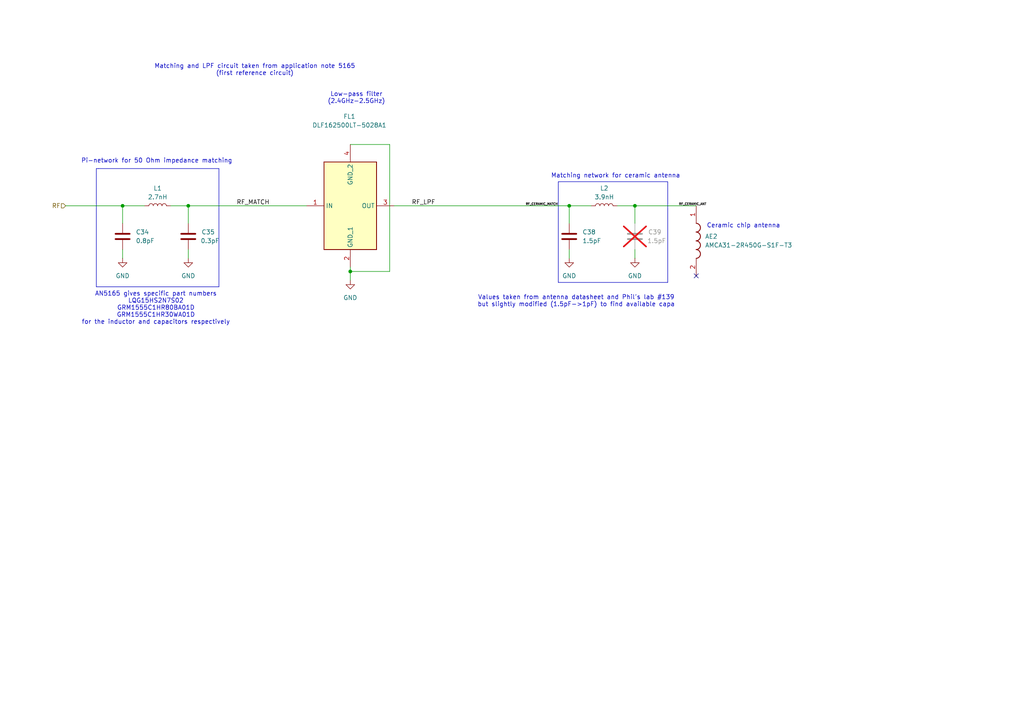
<source format=kicad_sch>
(kicad_sch
	(version 20250114)
	(generator "eeschema")
	(generator_version "9.0")
	(uuid "3130fd8f-c886-4e53-adbf-dd07ee70596a")
	(paper "A4")
	(title_block
		(company "N-Pulse")
	)
	(lib_symbols
		(symbol "AMCA31-2R450G-S1F-T3:AMCA31-2R450G-S1F-T3"
			(pin_names
				(hide yes)
			)
			(exclude_from_sim no)
			(in_bom yes)
			(on_board yes)
			(property "Reference" "L"
				(at 16.51 6.35 0)
				(effects
					(font
						(size 1.27 1.27)
					)
					(justify left top)
				)
			)
			(property "Value" "AMCA31-2R450G-S1F-T3"
				(at 16.51 3.81 0)
				(effects
					(font
						(size 1.27 1.27)
					)
					(justify left top)
				)
			)
			(property "Footprint" "ANTC3216X140N"
				(at 16.51 -96.19 0)
				(effects
					(font
						(size 1.27 1.27)
					)
					(justify left top)
					(hide yes)
				)
			)
			(property "Datasheet" "https://abracon.com/chip-antenna/AMCA31-2R450G-S1F-T.pdf"
				(at 16.51 -196.19 0)
				(effects
					(font
						(size 1.27 1.27)
					)
					(justify left top)
					(hide yes)
				)
			)
			(property "Description" "ABRACON - AMCA31-2R450G-S1F-T3 - ANTENNA, CHIP, 2.45GHZ, 50 OHM, 1206"
				(at 0 0 0)
				(effects
					(font
						(size 1.27 1.27)
					)
					(hide yes)
				)
			)
			(property "Height" "1.4"
				(at 16.51 -396.19 0)
				(effects
					(font
						(size 1.27 1.27)
					)
					(justify left top)
					(hide yes)
				)
			)
			(property "Mouser Part Number" "815-CA312R450GS1FT3"
				(at 16.51 -496.19 0)
				(effects
					(font
						(size 1.27 1.27)
					)
					(justify left top)
					(hide yes)
				)
			)
			(property "Mouser Price/Stock" "https://www.mouser.co.uk/ProductDetail/ABRACON/AMCA31-2R450G-S1F-T3?qs=AAveGqk956GLuOddQEK40Q%3D%3D"
				(at 16.51 -596.19 0)
				(effects
					(font
						(size 1.27 1.27)
					)
					(justify left top)
					(hide yes)
				)
			)
			(property "Manufacturer_Name" "ABRACON"
				(at 16.51 -696.19 0)
				(effects
					(font
						(size 1.27 1.27)
					)
					(justify left top)
					(hide yes)
				)
			)
			(property "Manufacturer_Part_Number" "AMCA31-2R450G-S1F-T3"
				(at 16.51 -796.19 0)
				(effects
					(font
						(size 1.27 1.27)
					)
					(justify left top)
					(hide yes)
				)
			)
			(symbol "AMCA31-2R450G-S1F-T3_1_1"
				(arc
					(start 5.08 0)
					(mid 6.35 1.219)
					(end 7.62 0)
					(stroke
						(width 0.254)
						(type default)
					)
					(fill
						(type none)
					)
				)
				(arc
					(start 7.62 0)
					(mid 8.89 1.219)
					(end 10.16 0)
					(stroke
						(width 0.254)
						(type default)
					)
					(fill
						(type none)
					)
				)
				(arc
					(start 10.16 0)
					(mid 11.43 1.219)
					(end 12.7 0)
					(stroke
						(width 0.254)
						(type default)
					)
					(fill
						(type none)
					)
				)
				(arc
					(start 12.7 0)
					(mid 13.97 1.219)
					(end 15.24 0)
					(stroke
						(width 0.254)
						(type default)
					)
					(fill
						(type none)
					)
				)
				(pin passive line
					(at 0 0 0)
					(length 5.08)
					(name "FEED"
						(effects
							(font
								(size 1.27 1.27)
							)
						)
					)
					(number "1"
						(effects
							(font
								(size 1.27 1.27)
							)
						)
					)
				)
				(pin passive line
					(at 20.32 0 180)
					(length 5.08)
					(name "NC"
						(effects
							(font
								(size 1.27 1.27)
							)
						)
					)
					(number "2"
						(effects
							(font
								(size 1.27 1.27)
							)
						)
					)
				)
			)
			(embedded_fonts no)
		)
		(symbol "DLF162500LT-5028A1:DLF162500LT-5028A1"
			(exclude_from_sim no)
			(in_bom yes)
			(on_board yes)
			(property "Reference" "FL"
				(at 21.59 17.78 0)
				(effects
					(font
						(size 1.27 1.27)
					)
					(justify left top)
				)
			)
			(property "Value" "DLF162500LT-5028A1"
				(at 21.59 15.24 0)
				(effects
					(font
						(size 1.27 1.27)
					)
					(justify left top)
				)
			)
			(property "Footprint" "DLF162500LT5028A1"
				(at 21.59 -84.76 0)
				(effects
					(font
						(size 1.27 1.27)
					)
					(justify left top)
					(hide yes)
				)
			)
			(property "Datasheet" "https://product.tdk.com/system/files/dam/doc/product/rf/rf/filter/catalog/rf_lpf_dlf162500lt-5028a1_en.pdf"
				(at 21.59 -184.76 0)
				(effects
					(font
						(size 1.27 1.27)
					)
					(justify left top)
					(hide yes)
				)
			)
			(property "Description" "Signal Conditioning LTCC LOW PASS FLTR 2400-2500MHz"
				(at 0 0 0)
				(effects
					(font
						(size 1.27 1.27)
					)
					(hide yes)
				)
			)
			(property "Height" "0.4"
				(at 21.59 -384.76 0)
				(effects
					(font
						(size 1.27 1.27)
					)
					(justify left top)
					(hide yes)
				)
			)
			(property "Mouser Part Number" "810-DLF16250LT5028A1"
				(at 21.59 -484.76 0)
				(effects
					(font
						(size 1.27 1.27)
					)
					(justify left top)
					(hide yes)
				)
			)
			(property "Mouser Price/Stock" "https://www.mouser.co.uk/ProductDetail/TDK/DLF162500LT-5028A1?qs=U%2FZX79kHR%2FlwIbAISCs3qA%3D%3D"
				(at 21.59 -584.76 0)
				(effects
					(font
						(size 1.27 1.27)
					)
					(justify left top)
					(hide yes)
				)
			)
			(property "Manufacturer_Name" "TDK"
				(at 21.59 -684.76 0)
				(effects
					(font
						(size 1.27 1.27)
					)
					(justify left top)
					(hide yes)
				)
			)
			(property "Manufacturer_Part_Number" "DLF162500LT-5028A1"
				(at 21.59 -784.76 0)
				(effects
					(font
						(size 1.27 1.27)
					)
					(justify left top)
					(hide yes)
				)
			)
			(symbol "DLF162500LT-5028A1_1_1"
				(rectangle
					(start 5.08 12.7)
					(end 20.32 -12.7)
					(stroke
						(width 0.254)
						(type default)
					)
					(fill
						(type background)
					)
				)
				(pin passive line
					(at 0 0 0)
					(length 5.08)
					(name "IN"
						(effects
							(font
								(size 1.27 1.27)
							)
						)
					)
					(number "1"
						(effects
							(font
								(size 1.27 1.27)
							)
						)
					)
				)
				(pin passive line
					(at 12.7 17.78 270)
					(length 5.08)
					(name "GND_2"
						(effects
							(font
								(size 1.27 1.27)
							)
						)
					)
					(number "4"
						(effects
							(font
								(size 1.27 1.27)
							)
						)
					)
				)
				(pin passive line
					(at 12.7 -17.78 90)
					(length 5.08)
					(name "GND_1"
						(effects
							(font
								(size 1.27 1.27)
							)
						)
					)
					(number "2"
						(effects
							(font
								(size 1.27 1.27)
							)
						)
					)
				)
				(pin passive line
					(at 25.4 0 180)
					(length 5.08)
					(name "OUT"
						(effects
							(font
								(size 1.27 1.27)
							)
						)
					)
					(number "3"
						(effects
							(font
								(size 1.27 1.27)
							)
						)
					)
				)
			)
			(embedded_fonts no)
		)
		(symbol "Device:C"
			(pin_numbers
				(hide yes)
			)
			(pin_names
				(offset 0.254)
			)
			(exclude_from_sim no)
			(in_bom yes)
			(on_board yes)
			(property "Reference" "C"
				(at 0.635 2.54 0)
				(effects
					(font
						(size 1.27 1.27)
					)
					(justify left)
				)
			)
			(property "Value" "C"
				(at 0.635 -2.54 0)
				(effects
					(font
						(size 1.27 1.27)
					)
					(justify left)
				)
			)
			(property "Footprint" ""
				(at 0.9652 -3.81 0)
				(effects
					(font
						(size 1.27 1.27)
					)
					(hide yes)
				)
			)
			(property "Datasheet" "~"
				(at 0 0 0)
				(effects
					(font
						(size 1.27 1.27)
					)
					(hide yes)
				)
			)
			(property "Description" "Unpolarized capacitor"
				(at 0 0 0)
				(effects
					(font
						(size 1.27 1.27)
					)
					(hide yes)
				)
			)
			(property "ki_keywords" "cap capacitor"
				(at 0 0 0)
				(effects
					(font
						(size 1.27 1.27)
					)
					(hide yes)
				)
			)
			(property "ki_fp_filters" "C_*"
				(at 0 0 0)
				(effects
					(font
						(size 1.27 1.27)
					)
					(hide yes)
				)
			)
			(symbol "C_0_1"
				(polyline
					(pts
						(xy -2.032 0.762) (xy 2.032 0.762)
					)
					(stroke
						(width 0.508)
						(type default)
					)
					(fill
						(type none)
					)
				)
				(polyline
					(pts
						(xy -2.032 -0.762) (xy 2.032 -0.762)
					)
					(stroke
						(width 0.508)
						(type default)
					)
					(fill
						(type none)
					)
				)
			)
			(symbol "C_1_1"
				(pin passive line
					(at 0 3.81 270)
					(length 2.794)
					(name "~"
						(effects
							(font
								(size 1.27 1.27)
							)
						)
					)
					(number "1"
						(effects
							(font
								(size 1.27 1.27)
							)
						)
					)
				)
				(pin passive line
					(at 0 -3.81 90)
					(length 2.794)
					(name "~"
						(effects
							(font
								(size 1.27 1.27)
							)
						)
					)
					(number "2"
						(effects
							(font
								(size 1.27 1.27)
							)
						)
					)
				)
			)
			(embedded_fonts no)
		)
		(symbol "Device:L"
			(pin_numbers
				(hide yes)
			)
			(pin_names
				(offset 1.016)
				(hide yes)
			)
			(exclude_from_sim no)
			(in_bom yes)
			(on_board yes)
			(property "Reference" "L"
				(at -1.27 0 90)
				(effects
					(font
						(size 1.27 1.27)
					)
				)
			)
			(property "Value" "L"
				(at 1.905 0 90)
				(effects
					(font
						(size 1.27 1.27)
					)
				)
			)
			(property "Footprint" ""
				(at 0 0 0)
				(effects
					(font
						(size 1.27 1.27)
					)
					(hide yes)
				)
			)
			(property "Datasheet" "~"
				(at 0 0 0)
				(effects
					(font
						(size 1.27 1.27)
					)
					(hide yes)
				)
			)
			(property "Description" "Inductor"
				(at 0 0 0)
				(effects
					(font
						(size 1.27 1.27)
					)
					(hide yes)
				)
			)
			(property "ki_keywords" "inductor choke coil reactor magnetic"
				(at 0 0 0)
				(effects
					(font
						(size 1.27 1.27)
					)
					(hide yes)
				)
			)
			(property "ki_fp_filters" "Choke_* *Coil* Inductor_* L_*"
				(at 0 0 0)
				(effects
					(font
						(size 1.27 1.27)
					)
					(hide yes)
				)
			)
			(symbol "L_0_1"
				(arc
					(start 0 2.54)
					(mid 0.6323 1.905)
					(end 0 1.27)
					(stroke
						(width 0)
						(type default)
					)
					(fill
						(type none)
					)
				)
				(arc
					(start 0 1.27)
					(mid 0.6323 0.635)
					(end 0 0)
					(stroke
						(width 0)
						(type default)
					)
					(fill
						(type none)
					)
				)
				(arc
					(start 0 0)
					(mid 0.6323 -0.635)
					(end 0 -1.27)
					(stroke
						(width 0)
						(type default)
					)
					(fill
						(type none)
					)
				)
				(arc
					(start 0 -1.27)
					(mid 0.6323 -1.905)
					(end 0 -2.54)
					(stroke
						(width 0)
						(type default)
					)
					(fill
						(type none)
					)
				)
			)
			(symbol "L_1_1"
				(pin passive line
					(at 0 3.81 270)
					(length 1.27)
					(name "1"
						(effects
							(font
								(size 1.27 1.27)
							)
						)
					)
					(number "1"
						(effects
							(font
								(size 1.27 1.27)
							)
						)
					)
				)
				(pin passive line
					(at 0 -3.81 90)
					(length 1.27)
					(name "2"
						(effects
							(font
								(size 1.27 1.27)
							)
						)
					)
					(number "2"
						(effects
							(font
								(size 1.27 1.27)
							)
						)
					)
				)
			)
			(embedded_fonts no)
		)
		(symbol "power:GND"
			(power)
			(pin_numbers
				(hide yes)
			)
			(pin_names
				(offset 0)
				(hide yes)
			)
			(exclude_from_sim no)
			(in_bom yes)
			(on_board yes)
			(property "Reference" "#PWR"
				(at 0 -6.35 0)
				(effects
					(font
						(size 1.27 1.27)
					)
					(hide yes)
				)
			)
			(property "Value" "GND"
				(at 0 -3.81 0)
				(effects
					(font
						(size 1.27 1.27)
					)
				)
			)
			(property "Footprint" ""
				(at 0 0 0)
				(effects
					(font
						(size 1.27 1.27)
					)
					(hide yes)
				)
			)
			(property "Datasheet" ""
				(at 0 0 0)
				(effects
					(font
						(size 1.27 1.27)
					)
					(hide yes)
				)
			)
			(property "Description" "Power symbol creates a global label with name \"GND\" , ground"
				(at 0 0 0)
				(effects
					(font
						(size 1.27 1.27)
					)
					(hide yes)
				)
			)
			(property "ki_keywords" "global power"
				(at 0 0 0)
				(effects
					(font
						(size 1.27 1.27)
					)
					(hide yes)
				)
			)
			(symbol "GND_0_1"
				(polyline
					(pts
						(xy 0 0) (xy 0 -1.27) (xy 1.27 -1.27) (xy 0 -2.54) (xy -1.27 -1.27) (xy 0 -1.27)
					)
					(stroke
						(width 0)
						(type default)
					)
					(fill
						(type none)
					)
				)
			)
			(symbol "GND_1_1"
				(pin power_in line
					(at 0 0 270)
					(length 0)
					(name "~"
						(effects
							(font
								(size 1.27 1.27)
							)
						)
					)
					(number "1"
						(effects
							(font
								(size 1.27 1.27)
							)
						)
					)
				)
			)
			(embedded_fonts no)
		)
	)
	(text "Pi-network for 50 Ohm impedance matching"
		(exclude_from_sim no)
		(at 45.466 46.736 0)
		(effects
			(font
				(size 1.27 1.27)
			)
		)
		(uuid "5ef1521a-5d5d-4a2a-8f2f-82dd6e434cf5")
	)
	(text "Matching and LPF circuit taken from application note 5165\n(first reference circuit)"
		(exclude_from_sim no)
		(at 73.914 20.32 0)
		(effects
			(font
				(size 1.27 1.27)
			)
		)
		(uuid "62e6e33b-0751-48e0-9cd7-898344ee2a6c")
	)
	(text "AN5165 gives specific part numbers\nLQG15HS2N7S02\nGRM1555C1HR80BA01D\nGRM1555C1HR30WA01D\nfor the inductor and capacitors respectively"
		(exclude_from_sim no)
		(at 45.212 89.408 0)
		(effects
			(font
				(size 1.27 1.27)
			)
		)
		(uuid "82d05e04-b083-4503-bfdd-a15d27145f3d")
	)
	(text "Ceramic chip antenna"
		(exclude_from_sim no)
		(at 215.646 65.532 0)
		(effects
			(font
				(size 1.27 1.27)
			)
		)
		(uuid "a38e40ea-6d03-4b00-b54f-ce596994d865")
	)
	(text "Low-pass filter\n(2.4GHz-2.5GHz)"
		(exclude_from_sim no)
		(at 103.378 28.448 0)
		(effects
			(font
				(size 1.27 1.27)
			)
		)
		(uuid "ab5269a2-d213-4671-aedc-88ef94bd3242")
	)
	(text "Values taken from antenna datasheet and Phil's lab #139\nbut slightly modified (1.5pF->1pF) to find available capa"
		(exclude_from_sim no)
		(at 167.132 87.376 0)
		(effects
			(font
				(size 1.27 1.27)
			)
		)
		(uuid "b36580ba-69f4-4d7c-a0ab-290c7a5e8edf")
	)
	(text "Matching network for ceramic antenna\n"
		(exclude_from_sim no)
		(at 178.562 51.054 0)
		(effects
			(font
				(size 1.27 1.27)
			)
		)
		(uuid "c1aa4a26-8a63-41bb-8547-880e4c64a742")
	)
	(junction
		(at 35.56 59.69)
		(diameter 0)
		(color 0 0 0 0)
		(uuid "0cb6d982-6755-420a-a44f-909f6c0cd765")
	)
	(junction
		(at 101.6 78.74)
		(diameter 0)
		(color 0 0 0 0)
		(uuid "19250b3e-72e1-4a18-a6e9-09b5f943b684")
	)
	(junction
		(at 54.61 59.69)
		(diameter 0)
		(color 0 0 0 0)
		(uuid "5d5ee56c-22a3-4b8c-b0e7-e81fab938455")
	)
	(junction
		(at 184.15 59.69)
		(diameter 0)
		(color 0 0 0 0)
		(uuid "82e7a9a0-3eff-48c4-b2f7-8e8cacbc4a24")
	)
	(junction
		(at 165.1 59.69)
		(diameter 0)
		(color 0 0 0 0)
		(uuid "d1955f57-8a16-4b83-a4dd-6f3b8c5bff05")
	)
	(no_connect
		(at 201.93 80.01)
		(uuid "cfe7c0cc-9ec7-4ca0-83bd-e9c4b0f8f7bb")
	)
	(wire
		(pts
			(xy 184.15 72.39) (xy 184.15 74.93)
		)
		(stroke
			(width 0)
			(type default)
		)
		(uuid "021156a2-a5d9-431d-836b-37d4cfd670c9")
	)
	(polyline
		(pts
			(xy 27.94 48.895) (xy 28.575 48.895)
		)
		(stroke
			(width 0)
			(type default)
		)
		(uuid "08eeb6f8-a0c6-487b-bdfa-103f1227374f")
	)
	(wire
		(pts
			(xy 54.61 59.69) (xy 88.9 59.69)
		)
		(stroke
			(width 0)
			(type default)
		)
		(uuid "10065668-6091-45f3-9686-1f46950d2f65")
	)
	(wire
		(pts
			(xy 184.15 59.69) (xy 201.93 59.69)
		)
		(stroke
			(width 0)
			(type default)
		)
		(uuid "18d70f11-2796-48b6-a4fb-0a0cfdaec34c")
	)
	(wire
		(pts
			(xy 49.53 59.69) (xy 54.61 59.69)
		)
		(stroke
			(width 0)
			(type default)
		)
		(uuid "19c06c73-99fd-443b-974f-d46b1b6025fa")
	)
	(wire
		(pts
			(xy 54.61 59.69) (xy 54.61 64.77)
		)
		(stroke
			(width 0)
			(type default)
		)
		(uuid "1b548701-d120-4cc1-b3b5-caf5427efab7")
	)
	(wire
		(pts
			(xy 101.6 78.74) (xy 101.6 81.28)
		)
		(stroke
			(width 0)
			(type default)
		)
		(uuid "1ec93fb6-36b1-4216-b2e3-bce71a34f26f")
	)
	(polyline
		(pts
			(xy 27.94 83.185) (xy 27.94 48.895)
		)
		(stroke
			(width 0)
			(type default)
		)
		(uuid "20af49c2-7706-49b0-a73c-65c763c7f590")
	)
	(wire
		(pts
			(xy 19.05 59.69) (xy 35.56 59.69)
		)
		(stroke
			(width 0)
			(type default)
		)
		(uuid "254e21ea-555b-4eb9-9172-806ce1646166")
	)
	(wire
		(pts
			(xy 35.56 72.39) (xy 35.56 74.93)
		)
		(stroke
			(width 0)
			(type default)
		)
		(uuid "3213f8b7-e74b-4c9b-8fcf-c2559874ee7b")
	)
	(wire
		(pts
			(xy 54.61 72.39) (xy 54.61 74.93)
		)
		(stroke
			(width 0)
			(type default)
		)
		(uuid "4efce1fb-c453-473e-b8f5-ad806376c722")
	)
	(wire
		(pts
			(xy 165.1 72.39) (xy 165.1 74.93)
		)
		(stroke
			(width 0)
			(type default)
		)
		(uuid "5a8918f1-1c39-4cdf-8f68-be02930185dc")
	)
	(wire
		(pts
			(xy 165.1 59.69) (xy 171.45 59.69)
		)
		(stroke
			(width 0)
			(type default)
		)
		(uuid "5f7c6424-7d25-473e-862e-646aac6eadea")
	)
	(wire
		(pts
			(xy 101.6 77.47) (xy 101.6 78.74)
		)
		(stroke
			(width 0)
			(type default)
		)
		(uuid "67517b42-b993-4d83-bbb3-58b4b5a965d7")
	)
	(wire
		(pts
			(xy 165.1 59.69) (xy 165.1 64.77)
		)
		(stroke
			(width 0)
			(type default)
		)
		(uuid "6e6966de-d0ff-4fe1-aa4a-dc42ff0fcd5e")
	)
	(wire
		(pts
			(xy 35.56 59.69) (xy 35.56 64.77)
		)
		(stroke
			(width 0)
			(type default)
		)
		(uuid "79233d53-a7ca-41b7-af03-a0b8a71f8c1f")
	)
	(wire
		(pts
			(xy 113.03 78.74) (xy 101.6 78.74)
		)
		(stroke
			(width 0)
			(type default)
		)
		(uuid "7b92395a-4dba-48df-8d99-385b47807ae5")
	)
	(wire
		(pts
			(xy 101.6 41.91) (xy 113.03 41.91)
		)
		(stroke
			(width 0)
			(type default)
		)
		(uuid "7ee282df-bf61-445f-96ad-6e01922f2306")
	)
	(polyline
		(pts
			(xy 193.675 52.705) (xy 193.675 81.915)
		)
		(stroke
			(width 0)
			(type default)
		)
		(uuid "7f918fea-09ee-47a4-8305-8a8a34370c31")
	)
	(polyline
		(pts
			(xy 161.925 52.705) (xy 193.675 52.705)
		)
		(stroke
			(width 0)
			(type default)
		)
		(uuid "a7e5465f-1745-49a5-95d8-c1be7cc171ee")
	)
	(wire
		(pts
			(xy 35.56 59.69) (xy 41.91 59.69)
		)
		(stroke
			(width 0)
			(type default)
		)
		(uuid "abbe4586-5461-4afd-8ba8-7c4311f4b00e")
	)
	(polyline
		(pts
			(xy 193.675 81.915) (xy 161.925 81.915)
		)
		(stroke
			(width 0)
			(type default)
		)
		(uuid "becda2ca-532c-4e43-8b10-2a2be91044b8")
	)
	(polyline
		(pts
			(xy 28.575 48.895) (xy 63.5 48.895)
		)
		(stroke
			(width 0)
			(type default)
		)
		(uuid "c5be5743-b89d-4194-92b9-5d720f4b1900")
	)
	(polyline
		(pts
			(xy 63.5 83.185) (xy 27.94 83.185)
		)
		(stroke
			(width 0)
			(type default)
		)
		(uuid "d3fe2d2a-e92e-4f15-9a88-447dafea9cb4")
	)
	(polyline
		(pts
			(xy 63.5 48.895) (xy 63.5 83.185)
		)
		(stroke
			(width 0)
			(type default)
		)
		(uuid "dc5bef11-441c-4c83-96a2-0a41d0f8d295")
	)
	(wire
		(pts
			(xy 114.3 59.69) (xy 165.1 59.69)
		)
		(stroke
			(width 0)
			(type default)
		)
		(uuid "dd4e0f30-0c5c-4176-8a6c-fdf2eaeb41bd")
	)
	(wire
		(pts
			(xy 179.07 59.69) (xy 184.15 59.69)
		)
		(stroke
			(width 0)
			(type default)
		)
		(uuid "e81b8f5b-d62b-4b0f-95a9-9237470d6594")
	)
	(polyline
		(pts
			(xy 161.925 52.705) (xy 161.925 81.915)
		)
		(stroke
			(width 0)
			(type default)
		)
		(uuid "ea89c841-44ac-4f0b-b38b-2bfb9315b7b1")
	)
	(wire
		(pts
			(xy 184.15 59.69) (xy 184.15 64.77)
		)
		(stroke
			(width 0)
			(type default)
		)
		(uuid "fb1e5a04-b5ba-4124-b5cc-c8f294ff43ea")
	)
	(wire
		(pts
			(xy 113.03 41.91) (xy 113.03 78.74)
		)
		(stroke
			(width 0)
			(type default)
		)
		(uuid "fd66b2c1-2188-45f1-b64c-3adf44a34a7c")
	)
	(label "RF_CERAMIC_ANT"
		(at 196.85 59.69 0)
		(effects
			(font
				(size 0.635 0.635)
			)
			(justify left bottom)
		)
		(uuid "2465a49e-d8ae-4506-a412-ba2ce30a8789")
	)
	(label "RF_LPF"
		(at 119.38 59.69 0)
		(effects
			(font
				(size 1.27 1.27)
			)
			(justify left bottom)
		)
		(uuid "95523405-af83-4c1b-a6b9-e12a6d37cb45")
	)
	(label "RF_CERAMIC_MATCH"
		(at 152.4 59.69 0)
		(effects
			(font
				(size 0.635 0.635)
			)
			(justify left bottom)
		)
		(uuid "bdd2b61b-7a48-4a23-b58a-da8bd8714d78")
	)
	(label "RF_MATCH"
		(at 68.58 59.69 0)
		(effects
			(font
				(size 1.27 1.27)
			)
			(justify left bottom)
		)
		(uuid "d0626f5d-6d98-4cc4-9c87-f91dcd7a4a3d")
	)
	(hierarchical_label "RF"
		(shape input)
		(at 19.05 59.69 180)
		(effects
			(font
				(size 1.27 1.27)
			)
			(justify right)
		)
		(uuid "089dd3fe-7042-40bf-978f-6414fc5707bb")
	)
	(symbol
		(lib_id "power:GND")
		(at 35.56 74.93 0)
		(unit 1)
		(exclude_from_sim no)
		(in_bom yes)
		(on_board yes)
		(dnp no)
		(fields_autoplaced yes)
		(uuid "14fdd149-236a-401e-b617-98ee66eaf5cb")
		(property "Reference" "#PWR042"
			(at 35.56 81.28 0)
			(effects
				(font
					(size 1.27 1.27)
				)
				(hide yes)
			)
		)
		(property "Value" "GND"
			(at 35.56 80.01 0)
			(effects
				(font
					(size 1.27 1.27)
				)
			)
		)
		(property "Footprint" ""
			(at 35.56 74.93 0)
			(effects
				(font
					(size 1.27 1.27)
				)
				(hide yes)
			)
		)
		(property "Datasheet" ""
			(at 35.56 74.93 0)
			(effects
				(font
					(size 1.27 1.27)
				)
				(hide yes)
			)
		)
		(property "Description" "Power symbol creates a global label with name \"GND\" , ground"
			(at 35.56 74.93 0)
			(effects
				(font
					(size 1.27 1.27)
				)
				(hide yes)
			)
		)
		(pin "1"
			(uuid "201a0fca-901f-436d-ae6a-268677b74c54")
		)
		(instances
			(project "Processing_board"
				(path "/b48cfd4a-6c36-4270-b2b4-45cb26e35477/2fe654b5-c4fa-416f-bffc-9a13739641f2"
					(reference "#PWR042")
					(unit 1)
				)
			)
		)
	)
	(symbol
		(lib_id "power:GND")
		(at 54.61 74.93 0)
		(unit 1)
		(exclude_from_sim no)
		(in_bom yes)
		(on_board yes)
		(dnp no)
		(fields_autoplaced yes)
		(uuid "338556a9-ce8b-4653-af64-1d149c208eae")
		(property "Reference" "#PWR043"
			(at 54.61 81.28 0)
			(effects
				(font
					(size 1.27 1.27)
				)
				(hide yes)
			)
		)
		(property "Value" "GND"
			(at 54.61 80.01 0)
			(effects
				(font
					(size 1.27 1.27)
				)
			)
		)
		(property "Footprint" ""
			(at 54.61 74.93 0)
			(effects
				(font
					(size 1.27 1.27)
				)
				(hide yes)
			)
		)
		(property "Datasheet" ""
			(at 54.61 74.93 0)
			(effects
				(font
					(size 1.27 1.27)
				)
				(hide yes)
			)
		)
		(property "Description" "Power symbol creates a global label with name \"GND\" , ground"
			(at 54.61 74.93 0)
			(effects
				(font
					(size 1.27 1.27)
				)
				(hide yes)
			)
		)
		(pin "1"
			(uuid "1075d09c-664f-43ba-9028-c479c641b1f6")
		)
		(instances
			(project "Processing_board"
				(path "/b48cfd4a-6c36-4270-b2b4-45cb26e35477/2fe654b5-c4fa-416f-bffc-9a13739641f2"
					(reference "#PWR043")
					(unit 1)
				)
			)
		)
	)
	(symbol
		(lib_id "power:GND")
		(at 165.1 74.93 0)
		(unit 1)
		(exclude_from_sim no)
		(in_bom yes)
		(on_board yes)
		(dnp no)
		(fields_autoplaced yes)
		(uuid "62da23a8-8dc5-4683-b25e-119059bbaf33")
		(property "Reference" "#PWR050"
			(at 165.1 81.28 0)
			(effects
				(font
					(size 1.27 1.27)
				)
				(hide yes)
			)
		)
		(property "Value" "GND"
			(at 165.1 80.01 0)
			(effects
				(font
					(size 1.27 1.27)
				)
			)
		)
		(property "Footprint" ""
			(at 165.1 74.93 0)
			(effects
				(font
					(size 1.27 1.27)
				)
				(hide yes)
			)
		)
		(property "Datasheet" ""
			(at 165.1 74.93 0)
			(effects
				(font
					(size 1.27 1.27)
				)
				(hide yes)
			)
		)
		(property "Description" "Power symbol creates a global label with name \"GND\" , ground"
			(at 165.1 74.93 0)
			(effects
				(font
					(size 1.27 1.27)
				)
				(hide yes)
			)
		)
		(pin "1"
			(uuid "661b1fc9-54bc-482b-91bf-58342e8116db")
		)
		(instances
			(project "Processing_board"
				(path "/b48cfd4a-6c36-4270-b2b4-45cb26e35477/2fe654b5-c4fa-416f-bffc-9a13739641f2"
					(reference "#PWR050")
					(unit 1)
				)
			)
		)
	)
	(symbol
		(lib_id "power:GND")
		(at 101.6 81.28 0)
		(unit 1)
		(exclude_from_sim no)
		(in_bom yes)
		(on_board yes)
		(dnp no)
		(fields_autoplaced yes)
		(uuid "65905b9b-7293-490a-9336-7e880b941a6f")
		(property "Reference" "#PWR044"
			(at 101.6 87.63 0)
			(effects
				(font
					(size 1.27 1.27)
				)
				(hide yes)
			)
		)
		(property "Value" "GND"
			(at 101.6 86.36 0)
			(effects
				(font
					(size 1.27 1.27)
				)
			)
		)
		(property "Footprint" ""
			(at 101.6 81.28 0)
			(effects
				(font
					(size 1.27 1.27)
				)
				(hide yes)
			)
		)
		(property "Datasheet" ""
			(at 101.6 81.28 0)
			(effects
				(font
					(size 1.27 1.27)
				)
				(hide yes)
			)
		)
		(property "Description" "Power symbol creates a global label with name \"GND\" , ground"
			(at 101.6 81.28 0)
			(effects
				(font
					(size 1.27 1.27)
				)
				(hide yes)
			)
		)
		(pin "1"
			(uuid "11627408-3157-41fa-a615-596e15a3c34c")
		)
		(instances
			(project "Processing_board"
				(path "/b48cfd4a-6c36-4270-b2b4-45cb26e35477/2fe654b5-c4fa-416f-bffc-9a13739641f2"
					(reference "#PWR044")
					(unit 1)
				)
			)
		)
	)
	(symbol
		(lib_id "Device:C")
		(at 35.56 68.58 0)
		(unit 1)
		(exclude_from_sim no)
		(in_bom yes)
		(on_board yes)
		(dnp no)
		(fields_autoplaced yes)
		(uuid "6c4e4f60-5e95-4b3c-835a-fbfb1861d515")
		(property "Reference" "C34"
			(at 39.37 67.3099 0)
			(effects
				(font
					(size 1.27 1.27)
				)
				(justify left)
			)
		)
		(property "Value" "0.8pF"
			(at 39.37 69.8499 0)
			(effects
				(font
					(size 1.27 1.27)
				)
				(justify left)
			)
		)
		(property "Footprint" "Capacitor_SMD:C_0402_1005Metric"
			(at 36.5252 72.39 0)
			(effects
				(font
					(size 1.27 1.27)
				)
				(hide yes)
			)
		)
		(property "Datasheet" "~"
			(at 35.56 68.58 0)
			(effects
				(font
					(size 1.27 1.27)
				)
				(hide yes)
			)
		)
		(property "Description" "Unpolarized capacitor"
			(at 35.56 68.58 0)
			(effects
				(font
					(size 1.27 1.27)
				)
				(hide yes)
			)
		)
		(property "Link" "https://www.mouser.ch/ProductDetail/Murata-Electronics/GRM1555C1HR80BA01D?qs=e%252BE4OD6MgMezPYPintwvrA%3D%3D"
			(at 35.56 68.58 0)
			(effects
				(font
					(size 1.27 1.27)
				)
				(hide yes)
			)
		)
		(property "Panier" "1"
			(at 35.56 68.58 0)
			(effects
				(font
					(size 1.27 1.27)
				)
				(hide yes)
			)
		)
		(property "MANUFACTURER" "Murata Electronics"
			(at 35.56 68.58 0)
			(effects
				(font
					(size 1.27 1.27)
				)
				(hide yes)
			)
		)
		(property "Manufacturer_Part_Number" "GRM1555C1HR80BA01D"
			(at 35.56 68.58 0)
			(effects
				(font
					(size 1.27 1.27)
				)
				(hide yes)
			)
		)
		(property "déjà" ""
			(at 35.56 68.58 0)
			(effects
				(font
					(size 1.27 1.27)
				)
			)
		)
		(pin "1"
			(uuid "ea371def-438e-46d7-89cc-ff98da0a8dfc")
		)
		(pin "2"
			(uuid "b22a8151-246d-4bcd-ad7d-de571899720f")
		)
		(instances
			(project "Processing_board"
				(path "/b48cfd4a-6c36-4270-b2b4-45cb26e35477/2fe654b5-c4fa-416f-bffc-9a13739641f2"
					(reference "C34")
					(unit 1)
				)
			)
		)
	)
	(symbol
		(lib_id "Device:C")
		(at 54.61 68.58 0)
		(unit 1)
		(exclude_from_sim no)
		(in_bom yes)
		(on_board yes)
		(dnp no)
		(uuid "6e4888f1-f64e-4fd1-813d-fdfa20a731c8")
		(property "Reference" "C35"
			(at 58.42 67.3099 0)
			(effects
				(font
					(size 1.27 1.27)
				)
				(justify left)
			)
		)
		(property "Value" "0.3pF"
			(at 58.166 69.85 0)
			(effects
				(font
					(size 1.27 1.27)
				)
				(justify left)
			)
		)
		(property "Footprint" "Capacitor_SMD:C_0402_1005Metric"
			(at 55.5752 72.39 0)
			(effects
				(font
					(size 1.27 1.27)
				)
				(hide yes)
			)
		)
		(property "Datasheet" "~"
			(at 54.61 68.58 0)
			(effects
				(font
					(size 1.27 1.27)
				)
				(hide yes)
			)
		)
		(property "Description" "Unpolarized capacitor"
			(at 54.61 68.58 0)
			(effects
				(font
					(size 1.27 1.27)
				)
				(hide yes)
			)
		)
		(property "Link" "https://www.mouser.ch/ProductDetail/Murata-Electronics/GRM1555C1HR30WA01D?qs=e%252BE4OD6MgMcS%252BbE0ktTutg%3D%3D"
			(at 54.61 68.58 0)
			(effects
				(font
					(size 1.27 1.27)
				)
				(hide yes)
			)
		)
		(property "Panier" "1"
			(at 54.61 68.58 0)
			(effects
				(font
					(size 1.27 1.27)
				)
				(hide yes)
			)
		)
		(property "MANUFACTURER" "Murata Electronics"
			(at 54.61 68.58 0)
			(effects
				(font
					(size 1.27 1.27)
				)
				(hide yes)
			)
		)
		(property "Manufacturer_Part_Number" " GRM1555C1HR30WA01D "
			(at 54.61 68.58 0)
			(effects
				(font
					(size 1.27 1.27)
				)
				(hide yes)
			)
		)
		(property "déjà" ""
			(at 54.61 68.58 0)
			(effects
				(font
					(size 1.27 1.27)
				)
			)
		)
		(pin "2"
			(uuid "eb290885-07ea-4a9e-b1cf-d9593d9ac42e")
		)
		(pin "1"
			(uuid "bfeea1a9-c1e6-439d-af6e-ca9c9d2d2d7f")
		)
		(instances
			(project "Processing_board"
				(path "/b48cfd4a-6c36-4270-b2b4-45cb26e35477/2fe654b5-c4fa-416f-bffc-9a13739641f2"
					(reference "C35")
					(unit 1)
				)
			)
		)
	)
	(symbol
		(lib_id "DLF162500LT-5028A1:DLF162500LT-5028A1")
		(at 88.9 59.69 0)
		(unit 1)
		(exclude_from_sim no)
		(in_bom yes)
		(on_board yes)
		(dnp no)
		(uuid "6f22f83f-6108-4980-937d-fe3f32152abb")
		(property "Reference" "FL1"
			(at 101.346 33.782 0)
			(effects
				(font
					(size 1.27 1.27)
				)
			)
		)
		(property "Value" "DLF162500LT-5028A1"
			(at 101.346 36.322 0)
			(effects
				(font
					(size 1.27 1.27)
				)
			)
		)
		(property "Footprint" "DLF162500LT-5028A1:DLF162500LT5028A1"
			(at 110.49 144.45 0)
			(effects
				(font
					(size 1.27 1.27)
				)
				(justify left top)
				(hide yes)
			)
		)
		(property "Datasheet" "https://product.tdk.com/system/files/dam/doc/product/rf/rf/filter/catalog/rf_lpf_dlf162500lt-5028a1_en.pdf"
			(at 110.49 244.45 0)
			(effects
				(font
					(size 1.27 1.27)
				)
				(justify left top)
				(hide yes)
			)
		)
		(property "Description" "Signal Conditioning LTCC LOW PASS FLTR 2400-2500MHz"
			(at 88.9 59.69 0)
			(effects
				(font
					(size 1.27 1.27)
				)
				(hide yes)
			)
		)
		(property "Height" "0.4"
			(at 110.49 444.45 0)
			(effects
				(font
					(size 1.27 1.27)
				)
				(justify left top)
				(hide yes)
			)
		)
		(property "Mouser Part Number" "810-DLF16250LT5028A1"
			(at 110.49 544.45 0)
			(effects
				(font
					(size 1.27 1.27)
				)
				(justify left top)
				(hide yes)
			)
		)
		(property "Mouser Price/Stock" "https://www.mouser.co.uk/ProductDetail/TDK/DLF162500LT-5028A1?qs=U%2FZX79kHR%2FlwIbAISCs3qA%3D%3D"
			(at 110.49 644.45 0)
			(effects
				(font
					(size 1.27 1.27)
				)
				(justify left top)
				(hide yes)
			)
		)
		(property "Manufacturer_Name" "TDK"
			(at 110.49 744.45 0)
			(effects
				(font
					(size 1.27 1.27)
				)
				(justify left top)
				(hide yes)
			)
		)
		(property "Manufacturer_Part_Number" "DLF162500LT-5028A1"
			(at 110.49 844.45 0)
			(effects
				(font
					(size 1.27 1.27)
				)
				(justify left top)
				(hide yes)
			)
		)
		(property "Link" "https://www.mouser.ch/ProductDetail/TDK/DLF162500LT-5028A1?qs=U%2FZX79kHR%2FlwIbAISCs3qA%3D%3D"
			(at 88.9 59.69 0)
			(effects
				(font
					(size 1.27 1.27)
				)
				(hide yes)
			)
		)
		(property "MANUFACTURER" "TDK"
			(at 88.9 59.69 0)
			(effects
				(font
					(size 1.27 1.27)
				)
				(hide yes)
			)
		)
		(property "Panier" "1"
			(at 88.9 59.69 0)
			(effects
				(font
					(size 1.27 1.27)
				)
				(hide yes)
			)
		)
		(property "déjà" ""
			(at 88.9 59.69 0)
			(effects
				(font
					(size 1.27 1.27)
				)
			)
		)
		(pin "2"
			(uuid "94e8ef14-b022-4aad-b122-7938c6021d02")
		)
		(pin "4"
			(uuid "0b3c8e82-f1f0-485f-94a7-8de057c7ae6b")
		)
		(pin "1"
			(uuid "a8c259d3-30e1-4f89-b9c5-aa955be3e1f7")
		)
		(pin "3"
			(uuid "125570ef-c835-4191-9c94-a0248a44af7b")
		)
		(instances
			(project "Processing_board"
				(path "/b48cfd4a-6c36-4270-b2b4-45cb26e35477/2fe654b5-c4fa-416f-bffc-9a13739641f2"
					(reference "FL1")
					(unit 1)
				)
			)
		)
	)
	(symbol
		(lib_id "Device:L")
		(at 45.72 59.69 90)
		(unit 1)
		(exclude_from_sim no)
		(in_bom yes)
		(on_board yes)
		(dnp no)
		(fields_autoplaced yes)
		(uuid "ab86f5b3-b4d3-40ba-81dd-5642f9a0e9c1")
		(property "Reference" "L1"
			(at 45.72 54.61 90)
			(effects
				(font
					(size 1.27 1.27)
				)
			)
		)
		(property "Value" "2.7nH"
			(at 45.72 57.15 90)
			(effects
				(font
					(size 1.27 1.27)
				)
			)
		)
		(property "Footprint" "Inductor_SMD:L_0402_1005Metric"
			(at 45.72 59.69 0)
			(effects
				(font
					(size 1.27 1.27)
				)
				(hide yes)
			)
		)
		(property "Datasheet" "~"
			(at 45.72 59.69 0)
			(effects
				(font
					(size 1.27 1.27)
				)
				(hide yes)
			)
		)
		(property "Description" "Inductor"
			(at 45.72 59.69 0)
			(effects
				(font
					(size 1.27 1.27)
				)
				(hide yes)
			)
		)
		(property "Link" "https://www.mouser.ch/ProductDetail/Murata-Electronics/LQG15HS2N7S02D?qs=ctz47l0uL1AKrLI74yO5Qw%3D%3D"
			(at 45.72 59.69 0)
			(effects
				(font
					(size 1.27 1.27)
				)
				(hide yes)
			)
		)
		(property "Panier" "1"
			(at 45.72 59.69 0)
			(effects
				(font
					(size 1.27 1.27)
				)
				(hide yes)
			)
		)
		(property "MANUFACTURER" "Murata Electronics"
			(at 45.72 59.69 0)
			(effects
				(font
					(size 1.27 1.27)
				)
				(hide yes)
			)
		)
		(property "Manufacturer_Part_Number" "LQG15HS2N7S02D"
			(at 45.72 59.69 0)
			(effects
				(font
					(size 1.27 1.27)
				)
				(hide yes)
			)
		)
		(property "déjà" ""
			(at 45.72 59.69 0)
			(effects
				(font
					(size 1.27 1.27)
				)
			)
		)
		(pin "2"
			(uuid "b6f0e3b1-d611-415d-be1c-8db5c9367fdb")
		)
		(pin "1"
			(uuid "2dd9a348-8c86-4840-989d-e5c3260cb372")
		)
		(instances
			(project "Processing_board"
				(path "/b48cfd4a-6c36-4270-b2b4-45cb26e35477/2fe654b5-c4fa-416f-bffc-9a13739641f2"
					(reference "L1")
					(unit 1)
				)
			)
		)
	)
	(symbol
		(lib_id "AMCA31-2R450G-S1F-T3:AMCA31-2R450G-S1F-T3")
		(at 201.93 59.69 270)
		(unit 1)
		(exclude_from_sim no)
		(in_bom yes)
		(on_board yes)
		(dnp no)
		(fields_autoplaced yes)
		(uuid "c0e3fe73-0861-4c1c-8a1c-3ce19ee182b9")
		(property "Reference" "AE2"
			(at 204.47 68.5799 90)
			(effects
				(font
					(size 1.27 1.27)
				)
				(justify left)
			)
		)
		(property "Value" "AMCA31-2R450G-S1F-T3"
			(at 204.47 71.1199 90)
			(effects
				(font
					(size 1.27 1.27)
				)
				(justify left)
			)
		)
		(property "Footprint" "AMCA31-2R450G-S1F-T3:ANTC3216X140N"
			(at 105.74 76.2 0)
			(effects
				(font
					(size 1.27 1.27)
				)
				(justify left top)
				(hide yes)
			)
		)
		(property "Datasheet" "https://abracon.com/chip-antenna/AMCA31-2R450G-S1F-T.pdf"
			(at 5.74 76.2 0)
			(effects
				(font
					(size 1.27 1.27)
				)
				(justify left top)
				(hide yes)
			)
		)
		(property "Description" "ABRACON - AMCA31-2R450G-S1F-T3 - ANTENNA, CHIP, 2.45GHZ, 50 OHM, 1206"
			(at 201.93 59.69 0)
			(effects
				(font
					(size 1.27 1.27)
				)
				(hide yes)
			)
		)
		(property "Height" "1.4"
			(at -194.26 76.2 0)
			(effects
				(font
					(size 1.27 1.27)
				)
				(justify left top)
				(hide yes)
			)
		)
		(property "Mouser Part Number" "815-CA312R450GS1FT3"
			(at -294.26 76.2 0)
			(effects
				(font
					(size 1.27 1.27)
				)
				(justify left top)
				(hide yes)
			)
		)
		(property "Mouser Price/Stock" "https://www.mouser.co.uk/ProductDetail/ABRACON/AMCA31-2R450G-S1F-T3?qs=AAveGqk956GLuOddQEK40Q%3D%3D"
			(at -394.26 76.2 0)
			(effects
				(font
					(size 1.27 1.27)
				)
				(justify left top)
				(hide yes)
			)
		)
		(property "Manufacturer_Name" "ABRACON"
			(at -494.26 76.2 0)
			(effects
				(font
					(size 1.27 1.27)
				)
				(justify left top)
				(hide yes)
			)
		)
		(property "Manufacturer_Part_Number" "AMCA31-2R450G-S1F-T3"
			(at -594.26 76.2 0)
			(effects
				(font
					(size 1.27 1.27)
				)
				(justify left top)
				(hide yes)
			)
		)
		(property "Link" "https://www.mouser.ch/ProductDetail/ABRACON/AMCA31-2R450G-S1F-T3?qs=AAveGqk956GLuOddQEK40Q%3D%3D"
			(at 201.93 59.69 0)
			(effects
				(font
					(size 1.27 1.27)
				)
				(hide yes)
			)
		)
		(property "MANUFACTURER" "ABRACON"
			(at 201.93 59.69 0)
			(effects
				(font
					(size 1.27 1.27)
				)
				(hide yes)
			)
		)
		(property "Panier" "1"
			(at 201.93 59.69 0)
			(effects
				(font
					(size 1.27 1.27)
				)
				(hide yes)
			)
		)
		(property "déjà" ""
			(at 201.93 59.69 0)
			(effects
				(font
					(size 1.27 1.27)
				)
			)
		)
		(pin "1"
			(uuid "fd61617d-0bab-48e5-8b26-22981a8e4428")
		)
		(pin "2"
			(uuid "a5a35551-d584-4f91-bcb9-b55de530a128")
		)
		(instances
			(project "Processing_board"
				(path "/b48cfd4a-6c36-4270-b2b4-45cb26e35477/2fe654b5-c4fa-416f-bffc-9a13739641f2"
					(reference "AE2")
					(unit 1)
				)
			)
		)
	)
	(symbol
		(lib_id "power:GND")
		(at 184.15 74.93 0)
		(unit 1)
		(exclude_from_sim no)
		(in_bom yes)
		(on_board yes)
		(dnp no)
		(fields_autoplaced yes)
		(uuid "c3d89544-0bac-4994-ae77-fef7cf03e26b")
		(property "Reference" "#PWR052"
			(at 184.15 81.28 0)
			(effects
				(font
					(size 1.27 1.27)
				)
				(hide yes)
			)
		)
		(property "Value" "GND"
			(at 184.15 80.01 0)
			(effects
				(font
					(size 1.27 1.27)
				)
			)
		)
		(property "Footprint" ""
			(at 184.15 74.93 0)
			(effects
				(font
					(size 1.27 1.27)
				)
				(hide yes)
			)
		)
		(property "Datasheet" ""
			(at 184.15 74.93 0)
			(effects
				(font
					(size 1.27 1.27)
				)
				(hide yes)
			)
		)
		(property "Description" "Power symbol creates a global label with name \"GND\" , ground"
			(at 184.15 74.93 0)
			(effects
				(font
					(size 1.27 1.27)
				)
				(hide yes)
			)
		)
		(pin "1"
			(uuid "0f17af76-e08c-409b-8496-7fca7f5edbcd")
		)
		(instances
			(project "Processing_board"
				(path "/b48cfd4a-6c36-4270-b2b4-45cb26e35477/2fe654b5-c4fa-416f-bffc-9a13739641f2"
					(reference "#PWR052")
					(unit 1)
				)
			)
		)
	)
	(symbol
		(lib_id "Device:C")
		(at 165.1 68.58 0)
		(unit 1)
		(exclude_from_sim no)
		(in_bom yes)
		(on_board yes)
		(dnp no)
		(fields_autoplaced yes)
		(uuid "eedd4300-cc15-4c93-8b7e-e163bd326e88")
		(property "Reference" "C38"
			(at 168.91 67.3099 0)
			(effects
				(font
					(size 1.27 1.27)
				)
				(justify left)
			)
		)
		(property "Value" "1.5pF"
			(at 168.91 69.8499 0)
			(effects
				(font
					(size 1.27 1.27)
				)
				(justify left)
			)
		)
		(property "Footprint" "Capacitor_SMD:C_0402_1005Metric"
			(at 166.0652 72.39 0)
			(effects
				(font
					(size 1.27 1.27)
				)
				(hide yes)
			)
		)
		(property "Datasheet" "~"
			(at 165.1 68.58 0)
			(effects
				(font
					(size 1.27 1.27)
				)
				(hide yes)
			)
		)
		(property "Description" "Unpolarized capacitor"
			(at 165.1 68.58 0)
			(effects
				(font
					(size 1.27 1.27)
				)
				(hide yes)
			)
		)
		(property "Link" "https://www.mouser.ch/ProductDetail/Walsin/0402N1R5B100CT?qs=ZrPdAQfJ6DObCBhS8paADQ%3D%3D"
			(at 165.1 68.58 0)
			(effects
				(font
					(size 1.27 1.27)
				)
				(hide yes)
			)
		)
		(property "Panier" "1"
			(at 165.1 68.58 0)
			(effects
				(font
					(size 1.27 1.27)
				)
				(hide yes)
			)
		)
		(property "MANUFACTURER" "Walsin"
			(at 165.1 68.58 0)
			(effects
				(font
					(size 1.27 1.27)
				)
				(hide yes)
			)
		)
		(property "Manufacturer_Part_Number" "0402N1R5B100CT "
			(at 165.1 68.58 0)
			(effects
				(font
					(size 1.27 1.27)
				)
				(hide yes)
			)
		)
		(property "déjà" ""
			(at 165.1 68.58 0)
			(effects
				(font
					(size 1.27 1.27)
				)
			)
		)
		(pin "1"
			(uuid "81d05855-b214-458b-887a-8cbb7a74ad1b")
		)
		(pin "2"
			(uuid "ea6af78c-ac34-495b-a902-63f6f766c009")
		)
		(instances
			(project "Processing_board"
				(path "/b48cfd4a-6c36-4270-b2b4-45cb26e35477/2fe654b5-c4fa-416f-bffc-9a13739641f2"
					(reference "C38")
					(unit 1)
				)
			)
		)
	)
	(symbol
		(lib_id "Device:C")
		(at 184.15 68.58 0)
		(unit 1)
		(exclude_from_sim no)
		(in_bom yes)
		(on_board no)
		(dnp yes)
		(uuid "f19f8c25-d7f2-4bda-b8aa-a992e2e27c51")
		(property "Reference" "C39"
			(at 187.96 67.3099 0)
			(effects
				(font
					(size 1.27 1.27)
				)
				(justify left)
			)
		)
		(property "Value" "1.5pF"
			(at 187.706 69.85 0)
			(effects
				(font
					(size 1.27 1.27)
				)
				(justify left)
			)
		)
		(property "Footprint" "Capacitor_SMD:C_0402_1005Metric"
			(at 185.1152 72.39 0)
			(effects
				(font
					(size 1.27 1.27)
				)
				(hide yes)
			)
		)
		(property "Datasheet" "~"
			(at 184.15 68.58 0)
			(effects
				(font
					(size 1.27 1.27)
				)
				(hide yes)
			)
		)
		(property "Description" "Unpolarized capacitor"
			(at 184.15 68.58 0)
			(effects
				(font
					(size 1.27 1.27)
				)
				(hide yes)
			)
		)
		(property "Link" ""
			(at 184.15 68.58 0)
			(effects
				(font
					(size 1.27 1.27)
				)
			)
		)
		(property "Panier" ""
			(at 184.15 68.58 0)
			(effects
				(font
					(size 1.27 1.27)
				)
			)
		)
		(property "déjà" ""
			(at 184.15 68.58 0)
			(effects
				(font
					(size 1.27 1.27)
				)
			)
		)
		(pin "2"
			(uuid "c466306d-fb4f-437b-8e00-c3ee2e5d7028")
		)
		(pin "1"
			(uuid "156d85f7-addb-4371-86c4-65e0d07e627f")
		)
		(instances
			(project "Processing_board"
				(path "/b48cfd4a-6c36-4270-b2b4-45cb26e35477/2fe654b5-c4fa-416f-bffc-9a13739641f2"
					(reference "C39")
					(unit 1)
				)
			)
		)
	)
	(symbol
		(lib_id "Device:L")
		(at 175.26 59.69 90)
		(unit 1)
		(exclude_from_sim no)
		(in_bom yes)
		(on_board yes)
		(dnp no)
		(fields_autoplaced yes)
		(uuid "f6b1c39b-300b-46dc-b02e-e17abb39e31d")
		(property "Reference" "L2"
			(at 175.26 54.61 90)
			(effects
				(font
					(size 1.27 1.27)
				)
			)
		)
		(property "Value" "3.9nH"
			(at 175.26 57.15 90)
			(effects
				(font
					(size 1.27 1.27)
				)
			)
		)
		(property "Footprint" "Inductor_SMD:L_0402_1005Metric"
			(at 175.26 59.69 0)
			(effects
				(font
					(size 1.27 1.27)
				)
				(hide yes)
			)
		)
		(property "Datasheet" "~"
			(at 175.26 59.69 0)
			(effects
				(font
					(size 1.27 1.27)
				)
				(hide yes)
			)
		)
		(property "Description" "Inductor"
			(at 175.26 59.69 0)
			(effects
				(font
					(size 1.27 1.27)
				)
				(hide yes)
			)
		)
		(property "Link" "https://www.mouser.ch/ProductDetail/TE-Connectivity-Sigma-Inductors/36550402S3N9T?qs=i8QVZAFTkqQazOkGct7ESA%3D%3D"
			(at 175.26 59.69 0)
			(effects
				(font
					(size 1.27 1.27)
				)
				(hide yes)
			)
		)
		(property "Panier" "1"
			(at 175.26 59.69 0)
			(effects
				(font
					(size 1.27 1.27)
				)
				(hide yes)
			)
		)
		(property "MANUFACTURER" "TE Connectivity / Sigma Inductors"
			(at 175.26 59.69 0)
			(effects
				(font
					(size 1.27 1.27)
				)
				(hide yes)
			)
		)
		(property "Manufacturer_Part_Number" "36550402S3N9T "
			(at 175.26 59.69 0)
			(effects
				(font
					(size 1.27 1.27)
				)
				(hide yes)
			)
		)
		(property "déjà" ""
			(at 175.26 59.69 0)
			(effects
				(font
					(size 1.27 1.27)
				)
			)
		)
		(pin "2"
			(uuid "b91f3cad-4409-4a1e-abec-40f5cae3bc7a")
		)
		(pin "1"
			(uuid "78fefa94-f6f2-4f9d-90ba-b32258e43ac5")
		)
		(instances
			(project "Processing_board"
				(path "/b48cfd4a-6c36-4270-b2b4-45cb26e35477/2fe654b5-c4fa-416f-bffc-9a13739641f2"
					(reference "L2")
					(unit 1)
				)
			)
		)
	)
)

</source>
